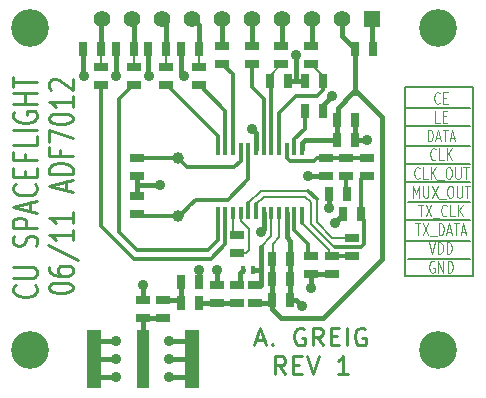
<source format=gtl>
G04 (created by PCBNEW-RS274X (2010-03-14)-final) date Fri 03 Jun 2011 23:57:37 BST*
G01*
G70*
G90*
%MOIN*%
G04 Gerber Fmt 3.4, Leading zero omitted, Abs format*
%FSLAX34Y34*%
G04 APERTURE LIST*
%ADD10C,0.006000*%
%ADD11C,0.009900*%
%ADD12C,0.004900*%
%ADD13C,0.010000*%
%ADD14C,0.039400*%
%ADD15R,0.055000X0.055000*%
%ADD16C,0.055000*%
%ADD17R,0.045000X0.025000*%
%ADD18R,0.025000X0.045000*%
%ADD19R,0.039400X0.196900*%
%ADD20R,0.047200X0.196900*%
%ADD21R,0.011800X0.039400*%
%ADD22R,0.014800X0.025600*%
%ADD23C,0.126000*%
%ADD24C,0.035000*%
%ADD25C,0.007900*%
%ADD26C,0.015700*%
%ADD27C,0.008000*%
%ADD28C,0.011800*%
G04 APERTURE END LIST*
G54D10*
G54D11*
X56242Y-41507D02*
X56528Y-41507D01*
X56185Y-41676D02*
X56385Y-41085D01*
X56585Y-41676D01*
X56785Y-41619D02*
X56813Y-41648D01*
X56785Y-41676D01*
X56756Y-41648D01*
X56785Y-41619D01*
X56785Y-41676D01*
X57842Y-41113D02*
X57785Y-41085D01*
X57699Y-41085D01*
X57614Y-41113D01*
X57556Y-41169D01*
X57528Y-41225D01*
X57499Y-41338D01*
X57499Y-41422D01*
X57528Y-41535D01*
X57556Y-41591D01*
X57614Y-41648D01*
X57699Y-41676D01*
X57756Y-41676D01*
X57842Y-41648D01*
X57871Y-41619D01*
X57871Y-41422D01*
X57756Y-41422D01*
X58471Y-41676D02*
X58271Y-41394D01*
X58128Y-41676D02*
X58128Y-41085D01*
X58356Y-41085D01*
X58414Y-41113D01*
X58442Y-41141D01*
X58471Y-41197D01*
X58471Y-41282D01*
X58442Y-41338D01*
X58414Y-41366D01*
X58356Y-41394D01*
X58128Y-41394D01*
X58728Y-41366D02*
X58928Y-41366D01*
X59014Y-41676D02*
X58728Y-41676D01*
X58728Y-41085D01*
X59014Y-41085D01*
X59271Y-41676D02*
X59271Y-41085D01*
X59871Y-41113D02*
X59814Y-41085D01*
X59728Y-41085D01*
X59643Y-41113D01*
X59585Y-41169D01*
X59557Y-41225D01*
X59528Y-41338D01*
X59528Y-41422D01*
X59557Y-41535D01*
X59585Y-41591D01*
X59643Y-41648D01*
X59728Y-41676D01*
X59785Y-41676D01*
X59871Y-41648D01*
X59900Y-41619D01*
X59900Y-41422D01*
X59785Y-41422D01*
X57215Y-42623D02*
X57015Y-42341D01*
X56872Y-42623D02*
X56872Y-42032D01*
X57100Y-42032D01*
X57158Y-42060D01*
X57186Y-42088D01*
X57215Y-42144D01*
X57215Y-42229D01*
X57186Y-42285D01*
X57158Y-42313D01*
X57100Y-42341D01*
X56872Y-42341D01*
X57472Y-42313D02*
X57672Y-42313D01*
X57758Y-42623D02*
X57472Y-42623D01*
X57472Y-42032D01*
X57758Y-42032D01*
X57929Y-42032D02*
X58129Y-42623D01*
X58329Y-42032D01*
X59300Y-42623D02*
X58957Y-42623D01*
X59129Y-42623D02*
X59129Y-42032D01*
X59072Y-42116D01*
X59014Y-42172D01*
X58957Y-42201D01*
G54D12*
X62359Y-33587D02*
X62345Y-33606D01*
X62303Y-33624D01*
X62275Y-33624D01*
X62232Y-33606D01*
X62204Y-33568D01*
X62190Y-33531D01*
X62176Y-33456D01*
X62176Y-33399D01*
X62190Y-33324D01*
X62204Y-33287D01*
X62232Y-33249D01*
X62275Y-33230D01*
X62303Y-33230D01*
X62345Y-33249D01*
X62359Y-33268D01*
X62485Y-33418D02*
X62584Y-33418D01*
X62626Y-33624D02*
X62485Y-33624D01*
X62485Y-33230D01*
X62626Y-33230D01*
X62359Y-34249D02*
X62218Y-34249D01*
X62218Y-33855D01*
X62457Y-34043D02*
X62556Y-34043D01*
X62598Y-34249D02*
X62457Y-34249D01*
X62457Y-33855D01*
X62598Y-33855D01*
X61958Y-34874D02*
X61958Y-34480D01*
X62028Y-34480D01*
X62071Y-34499D01*
X62099Y-34537D01*
X62113Y-34574D01*
X62127Y-34649D01*
X62127Y-34706D01*
X62113Y-34781D01*
X62099Y-34818D01*
X62071Y-34856D01*
X62028Y-34874D01*
X61958Y-34874D01*
X62239Y-34762D02*
X62380Y-34762D01*
X62211Y-34874D02*
X62309Y-34480D01*
X62408Y-34874D01*
X62464Y-34480D02*
X62633Y-34480D01*
X62548Y-34874D02*
X62548Y-34480D01*
X62717Y-34762D02*
X62858Y-34762D01*
X62689Y-34874D02*
X62787Y-34480D01*
X62886Y-34874D01*
X62226Y-35462D02*
X62212Y-35481D01*
X62170Y-35499D01*
X62142Y-35499D01*
X62099Y-35481D01*
X62071Y-35443D01*
X62057Y-35406D01*
X62043Y-35331D01*
X62043Y-35274D01*
X62057Y-35199D01*
X62071Y-35162D01*
X62099Y-35124D01*
X62142Y-35105D01*
X62170Y-35105D01*
X62212Y-35124D01*
X62226Y-35143D01*
X62493Y-35499D02*
X62352Y-35499D01*
X62352Y-35105D01*
X62591Y-35499D02*
X62591Y-35105D01*
X62760Y-35499D02*
X62633Y-35274D01*
X62760Y-35105D02*
X62591Y-35331D01*
X61692Y-36087D02*
X61678Y-36106D01*
X61636Y-36124D01*
X61608Y-36124D01*
X61565Y-36106D01*
X61537Y-36068D01*
X61523Y-36031D01*
X61509Y-35956D01*
X61509Y-35899D01*
X61523Y-35824D01*
X61537Y-35787D01*
X61565Y-35749D01*
X61608Y-35730D01*
X61636Y-35730D01*
X61678Y-35749D01*
X61692Y-35768D01*
X61959Y-36124D02*
X61818Y-36124D01*
X61818Y-35730D01*
X62057Y-36124D02*
X62057Y-35730D01*
X62226Y-36124D02*
X62099Y-35899D01*
X62226Y-35730D02*
X62057Y-35956D01*
X62282Y-36162D02*
X62507Y-36162D01*
X62633Y-35730D02*
X62690Y-35730D01*
X62718Y-35749D01*
X62746Y-35787D01*
X62760Y-35862D01*
X62760Y-35993D01*
X62746Y-36068D01*
X62718Y-36106D01*
X62690Y-36124D01*
X62633Y-36124D01*
X62605Y-36106D01*
X62577Y-36068D01*
X62563Y-35993D01*
X62563Y-35862D01*
X62577Y-35787D01*
X62605Y-35749D01*
X62633Y-35730D01*
X62886Y-35730D02*
X62886Y-36049D01*
X62900Y-36087D01*
X62914Y-36106D01*
X62942Y-36124D01*
X62999Y-36124D01*
X63027Y-36106D01*
X63041Y-36087D01*
X63055Y-36049D01*
X63055Y-35730D01*
X63153Y-35730D02*
X63322Y-35730D01*
X63237Y-36124D02*
X63237Y-35730D01*
X61474Y-36749D02*
X61474Y-36355D01*
X61573Y-36637D01*
X61671Y-36355D01*
X61671Y-36749D01*
X61811Y-36355D02*
X61811Y-36674D01*
X61825Y-36712D01*
X61839Y-36731D01*
X61867Y-36749D01*
X61924Y-36749D01*
X61952Y-36731D01*
X61966Y-36712D01*
X61980Y-36674D01*
X61980Y-36355D01*
X62092Y-36355D02*
X62289Y-36749D01*
X62289Y-36355D02*
X62092Y-36749D01*
X62331Y-36787D02*
X62556Y-36787D01*
X62682Y-36355D02*
X62739Y-36355D01*
X62767Y-36374D01*
X62795Y-36412D01*
X62809Y-36487D01*
X62809Y-36618D01*
X62795Y-36693D01*
X62767Y-36731D01*
X62739Y-36749D01*
X62682Y-36749D01*
X62654Y-36731D01*
X62626Y-36693D01*
X62612Y-36618D01*
X62612Y-36487D01*
X62626Y-36412D01*
X62654Y-36374D01*
X62682Y-36355D01*
X62935Y-36355D02*
X62935Y-36674D01*
X62949Y-36712D01*
X62963Y-36731D01*
X62991Y-36749D01*
X63048Y-36749D01*
X63076Y-36731D01*
X63090Y-36712D01*
X63104Y-36674D01*
X63104Y-36355D01*
X63202Y-36355D02*
X63371Y-36355D01*
X63286Y-36749D02*
X63286Y-36355D01*
X61649Y-36980D02*
X61818Y-36980D01*
X61733Y-37374D02*
X61733Y-36980D01*
X61888Y-36980D02*
X62085Y-37374D01*
X62085Y-36980D02*
X61888Y-37374D01*
X62127Y-37412D02*
X62352Y-37412D01*
X62591Y-37337D02*
X62577Y-37356D01*
X62535Y-37374D01*
X62507Y-37374D01*
X62464Y-37356D01*
X62436Y-37318D01*
X62422Y-37281D01*
X62408Y-37206D01*
X62408Y-37149D01*
X62422Y-37074D01*
X62436Y-37037D01*
X62464Y-36999D01*
X62507Y-36980D01*
X62535Y-36980D01*
X62577Y-36999D01*
X62591Y-37018D01*
X62858Y-37374D02*
X62717Y-37374D01*
X62717Y-36980D01*
X62956Y-37374D02*
X62956Y-36980D01*
X63125Y-37374D02*
X62998Y-37149D01*
X63125Y-36980D02*
X62956Y-37206D01*
X61551Y-37605D02*
X61720Y-37605D01*
X61635Y-37999D02*
X61635Y-37605D01*
X61790Y-37605D02*
X61987Y-37999D01*
X61987Y-37605D02*
X61790Y-37999D01*
X62029Y-38037D02*
X62254Y-38037D01*
X62324Y-37999D02*
X62324Y-37605D01*
X62394Y-37605D01*
X62437Y-37624D01*
X62465Y-37662D01*
X62479Y-37699D01*
X62493Y-37774D01*
X62493Y-37831D01*
X62479Y-37906D01*
X62465Y-37943D01*
X62437Y-37981D01*
X62394Y-37999D01*
X62324Y-37999D01*
X62605Y-37887D02*
X62746Y-37887D01*
X62577Y-37999D02*
X62675Y-37605D01*
X62774Y-37999D01*
X62830Y-37605D02*
X62999Y-37605D01*
X62914Y-37999D02*
X62914Y-37605D01*
X63083Y-37887D02*
X63224Y-37887D01*
X63055Y-37999D02*
X63153Y-37605D01*
X63252Y-37999D01*
X62008Y-38230D02*
X62106Y-38624D01*
X62205Y-38230D01*
X62303Y-38624D02*
X62303Y-38230D01*
X62373Y-38230D01*
X62416Y-38249D01*
X62444Y-38287D01*
X62458Y-38324D01*
X62472Y-38399D01*
X62472Y-38456D01*
X62458Y-38531D01*
X62444Y-38568D01*
X62416Y-38606D01*
X62373Y-38624D01*
X62303Y-38624D01*
X62598Y-38624D02*
X62598Y-38230D01*
X62668Y-38230D01*
X62711Y-38249D01*
X62739Y-38287D01*
X62753Y-38324D01*
X62767Y-38399D01*
X62767Y-38456D01*
X62753Y-38531D01*
X62739Y-38568D01*
X62711Y-38606D01*
X62668Y-38624D01*
X62598Y-38624D01*
X62177Y-38874D02*
X62149Y-38855D01*
X62107Y-38855D01*
X62064Y-38874D01*
X62036Y-38912D01*
X62022Y-38949D01*
X62008Y-39024D01*
X62008Y-39081D01*
X62022Y-39156D01*
X62036Y-39193D01*
X62064Y-39231D01*
X62107Y-39249D01*
X62135Y-39249D01*
X62177Y-39231D01*
X62191Y-39212D01*
X62191Y-39081D01*
X62135Y-39081D01*
X62317Y-39249D02*
X62317Y-38855D01*
X62486Y-39249D01*
X62486Y-38855D01*
X62626Y-39249D02*
X62626Y-38855D01*
X62696Y-38855D01*
X62739Y-38874D01*
X62767Y-38912D01*
X62781Y-38949D01*
X62795Y-39024D01*
X62795Y-39081D01*
X62781Y-39156D01*
X62767Y-39193D01*
X62739Y-39231D01*
X62696Y-39249D01*
X62626Y-39249D01*
G54D13*
X49327Y-39782D02*
X49327Y-39725D01*
X49365Y-39668D01*
X49403Y-39639D01*
X49479Y-39610D01*
X49632Y-39582D01*
X49822Y-39582D01*
X49974Y-39610D01*
X50051Y-39639D01*
X50089Y-39668D01*
X50127Y-39725D01*
X50127Y-39782D01*
X50089Y-39839D01*
X50051Y-39868D01*
X49974Y-39896D01*
X49822Y-39925D01*
X49632Y-39925D01*
X49479Y-39896D01*
X49403Y-39868D01*
X49365Y-39839D01*
X49327Y-39782D01*
X49327Y-39068D02*
X49327Y-39182D01*
X49365Y-39239D01*
X49403Y-39268D01*
X49517Y-39325D01*
X49670Y-39354D01*
X49974Y-39354D01*
X50051Y-39325D01*
X50089Y-39297D01*
X50127Y-39239D01*
X50127Y-39125D01*
X50089Y-39068D01*
X50051Y-39039D01*
X49974Y-39011D01*
X49784Y-39011D01*
X49708Y-39039D01*
X49670Y-39068D01*
X49632Y-39125D01*
X49632Y-39239D01*
X49670Y-39297D01*
X49708Y-39325D01*
X49784Y-39354D01*
X49289Y-38326D02*
X50317Y-38840D01*
X50127Y-37811D02*
X50127Y-38154D01*
X50127Y-37982D02*
X49327Y-37982D01*
X49441Y-38039D01*
X49517Y-38097D01*
X49555Y-38154D01*
X50127Y-37240D02*
X50127Y-37583D01*
X50127Y-37411D02*
X49327Y-37411D01*
X49441Y-37468D01*
X49517Y-37526D01*
X49555Y-37583D01*
X49898Y-36488D02*
X49898Y-36202D01*
X50127Y-36545D02*
X49327Y-36345D01*
X50127Y-36145D01*
X50127Y-35945D02*
X49327Y-35945D01*
X49327Y-35802D01*
X49365Y-35717D01*
X49441Y-35659D01*
X49517Y-35631D01*
X49670Y-35602D01*
X49784Y-35602D01*
X49936Y-35631D01*
X50013Y-35659D01*
X50089Y-35717D01*
X50127Y-35802D01*
X50127Y-35945D01*
X49708Y-35145D02*
X49708Y-35345D01*
X50127Y-35345D02*
X49327Y-35345D01*
X49327Y-35059D01*
X49327Y-34888D02*
X49327Y-34488D01*
X50127Y-34745D01*
X49327Y-34146D02*
X49327Y-34089D01*
X49365Y-34032D01*
X49403Y-34003D01*
X49479Y-33974D01*
X49632Y-33946D01*
X49822Y-33946D01*
X49974Y-33974D01*
X50051Y-34003D01*
X50089Y-34032D01*
X50127Y-34089D01*
X50127Y-34146D01*
X50089Y-34203D01*
X50051Y-34232D01*
X49974Y-34260D01*
X49822Y-34289D01*
X49632Y-34289D01*
X49479Y-34260D01*
X49403Y-34232D01*
X49365Y-34203D01*
X49327Y-34146D01*
X50127Y-33375D02*
X50127Y-33718D01*
X50127Y-33546D02*
X49327Y-33546D01*
X49441Y-33603D01*
X49517Y-33661D01*
X49555Y-33718D01*
X49403Y-33147D02*
X49365Y-33118D01*
X49327Y-33061D01*
X49327Y-32918D01*
X49365Y-32861D01*
X49403Y-32832D01*
X49479Y-32804D01*
X49555Y-32804D01*
X49670Y-32832D01*
X50127Y-33175D01*
X50127Y-32804D01*
X48870Y-39674D02*
X48908Y-39703D01*
X48946Y-39789D01*
X48946Y-39846D01*
X48908Y-39931D01*
X48832Y-39989D01*
X48755Y-40017D01*
X48603Y-40046D01*
X48489Y-40046D01*
X48336Y-40017D01*
X48260Y-39989D01*
X48184Y-39931D01*
X48146Y-39846D01*
X48146Y-39789D01*
X48184Y-39703D01*
X48222Y-39674D01*
X48146Y-39417D02*
X48793Y-39417D01*
X48870Y-39389D01*
X48908Y-39360D01*
X48946Y-39303D01*
X48946Y-39189D01*
X48908Y-39131D01*
X48870Y-39103D01*
X48793Y-39074D01*
X48146Y-39074D01*
X48908Y-38360D02*
X48946Y-38274D01*
X48946Y-38131D01*
X48908Y-38074D01*
X48870Y-38045D01*
X48793Y-38017D01*
X48717Y-38017D01*
X48641Y-38045D01*
X48603Y-38074D01*
X48565Y-38131D01*
X48527Y-38245D01*
X48489Y-38303D01*
X48451Y-38331D01*
X48374Y-38360D01*
X48298Y-38360D01*
X48222Y-38331D01*
X48184Y-38303D01*
X48146Y-38245D01*
X48146Y-38103D01*
X48184Y-38017D01*
X48946Y-37760D02*
X48146Y-37760D01*
X48146Y-37532D01*
X48184Y-37474D01*
X48222Y-37446D01*
X48298Y-37417D01*
X48412Y-37417D01*
X48489Y-37446D01*
X48527Y-37474D01*
X48565Y-37532D01*
X48565Y-37760D01*
X48717Y-37189D02*
X48717Y-36903D01*
X48946Y-37246D02*
X48146Y-37046D01*
X48946Y-36846D01*
X48870Y-36303D02*
X48908Y-36332D01*
X48946Y-36418D01*
X48946Y-36475D01*
X48908Y-36560D01*
X48832Y-36618D01*
X48755Y-36646D01*
X48603Y-36675D01*
X48489Y-36675D01*
X48336Y-36646D01*
X48260Y-36618D01*
X48184Y-36560D01*
X48146Y-36475D01*
X48146Y-36418D01*
X48184Y-36332D01*
X48222Y-36303D01*
X48527Y-36046D02*
X48527Y-35846D01*
X48946Y-35760D02*
X48946Y-36046D01*
X48146Y-36046D01*
X48146Y-35760D01*
X48527Y-35303D02*
X48527Y-35503D01*
X48946Y-35503D02*
X48146Y-35503D01*
X48146Y-35217D01*
X48946Y-34703D02*
X48946Y-34989D01*
X48146Y-34989D01*
X48946Y-34503D02*
X48146Y-34503D01*
X48184Y-33903D02*
X48146Y-33960D01*
X48146Y-34046D01*
X48184Y-34131D01*
X48260Y-34189D01*
X48336Y-34217D01*
X48489Y-34246D01*
X48603Y-34246D01*
X48755Y-34217D01*
X48832Y-34189D01*
X48908Y-34131D01*
X48946Y-34046D01*
X48946Y-33989D01*
X48908Y-33903D01*
X48870Y-33874D01*
X48603Y-33874D01*
X48603Y-33989D01*
X48946Y-33617D02*
X48146Y-33617D01*
X48527Y-33617D02*
X48527Y-33274D01*
X48946Y-33274D02*
X48146Y-33274D01*
X48146Y-33074D02*
X48146Y-32731D01*
X48946Y-32902D02*
X48146Y-32902D01*
G54D14*
X53641Y-35433D03*
X53641Y-37354D03*
G54D15*
X60109Y-30805D03*
G54D16*
X59109Y-30805D03*
X58109Y-30805D03*
X57109Y-30805D03*
X56109Y-30805D03*
X55109Y-30805D03*
X54109Y-30805D03*
X53109Y-30805D03*
X52109Y-30805D03*
X51109Y-30805D03*
G54D17*
X57087Y-31688D03*
X57087Y-32288D03*
X52165Y-32377D03*
X52165Y-32977D03*
X53248Y-32377D03*
X53248Y-32977D03*
X54331Y-32377D03*
X54331Y-32977D03*
X51083Y-32377D03*
X51083Y-32977D03*
X58071Y-38677D03*
X58071Y-39277D03*
X55118Y-31688D03*
X55118Y-32288D03*
X56102Y-31688D03*
X56102Y-32288D03*
X58071Y-31688D03*
X58071Y-32288D03*
X59941Y-35428D03*
X59941Y-36028D03*
G54D18*
X58656Y-36615D03*
X59256Y-36615D03*
G54D17*
X53149Y-40752D03*
X53149Y-40152D03*
G54D18*
X53735Y-40256D03*
X54335Y-40256D03*
G54D17*
X55610Y-37987D03*
X55610Y-38587D03*
X56200Y-40261D03*
X56200Y-39661D03*
G54D18*
X54335Y-31791D03*
X53735Y-31791D03*
X53253Y-31791D03*
X52653Y-31791D03*
X52170Y-31791D03*
X51570Y-31791D03*
X56688Y-32874D03*
X57288Y-32874D03*
X59542Y-31791D03*
X60142Y-31791D03*
X58469Y-32874D03*
X57869Y-32874D03*
X56786Y-38781D03*
X57386Y-38781D03*
G54D17*
X52460Y-40152D03*
X52460Y-40752D03*
G54D18*
X54335Y-39567D03*
X53735Y-39567D03*
G54D17*
X54921Y-39660D03*
X54921Y-40260D03*
X55610Y-40260D03*
X55610Y-39660D03*
G54D18*
X51087Y-31791D03*
X50487Y-31791D03*
X56786Y-40159D03*
X57386Y-40159D03*
X56786Y-39470D03*
X57386Y-39470D03*
G54D17*
X59449Y-38085D03*
X59449Y-38685D03*
X58760Y-39277D03*
X58760Y-38677D03*
X52263Y-37307D03*
X52263Y-36707D03*
X52263Y-35428D03*
X52263Y-36028D03*
G54D18*
X57869Y-33858D03*
X58469Y-33858D03*
X58952Y-34842D03*
X59552Y-34842D03*
X58952Y-34153D03*
X59552Y-34153D03*
X59749Y-37303D03*
X59149Y-37303D03*
G54D17*
X59252Y-35429D03*
X59252Y-36029D03*
X58563Y-35429D03*
X58563Y-36029D03*
G54D19*
X52460Y-42126D03*
G54D20*
X54094Y-42126D03*
X50826Y-42126D03*
G54D21*
X57775Y-35139D03*
X57519Y-35139D03*
X57263Y-35139D03*
X57008Y-35139D03*
X56752Y-35139D03*
X56496Y-35139D03*
X56240Y-35139D03*
X55984Y-35139D03*
X55728Y-35139D03*
X55473Y-35139D03*
X55217Y-35139D03*
X54961Y-35139D03*
X54960Y-37265D03*
X55216Y-37265D03*
X55472Y-37265D03*
X55727Y-37265D03*
X55983Y-37265D03*
X56239Y-37265D03*
X56495Y-37265D03*
X56751Y-37265D03*
X57007Y-37265D03*
X57263Y-37265D03*
X57519Y-37265D03*
X57775Y-37265D03*
G54D22*
X55807Y-39173D03*
X56134Y-39173D03*
G54D23*
X62303Y-31102D03*
X62303Y-41831D03*
X48720Y-41831D03*
X48720Y-31102D03*
G54D24*
X59941Y-34842D03*
X58760Y-33366D03*
X58858Y-37598D03*
X58661Y-37106D03*
X57972Y-36023D03*
X58071Y-39763D03*
X56397Y-37893D03*
X54330Y-39173D03*
X54921Y-39173D03*
X52460Y-39665D03*
X53346Y-42716D03*
X53346Y-41535D03*
X53346Y-42126D03*
X51575Y-42716D03*
X51575Y-41535D03*
X51575Y-42126D03*
X57775Y-40354D03*
X53051Y-36319D03*
X56102Y-34448D03*
X57578Y-31988D03*
X53838Y-32677D03*
X52657Y-32677D03*
X51575Y-32677D03*
X50492Y-32677D03*
G54D25*
X61319Y-38779D02*
X63386Y-38779D01*
X61220Y-38189D02*
X63386Y-38189D01*
X61220Y-37500D02*
X63386Y-37500D01*
X61319Y-36909D02*
X63386Y-36909D01*
X61220Y-36220D02*
X63386Y-36220D01*
X61220Y-35630D02*
X63386Y-35630D01*
X61220Y-35039D02*
X63386Y-35039D01*
X61220Y-33760D02*
X63386Y-33760D01*
X61220Y-34350D02*
X63386Y-34350D01*
X61220Y-39370D02*
X63484Y-39370D01*
X63484Y-39370D02*
X63484Y-33071D01*
X61220Y-33071D02*
X61220Y-33760D01*
X61220Y-33760D02*
X61220Y-34350D01*
X61220Y-34350D02*
X61220Y-35039D01*
X61220Y-35039D02*
X61220Y-35630D01*
X61220Y-35630D02*
X61220Y-36220D01*
X61220Y-36220D02*
X61220Y-37500D01*
X61220Y-37500D02*
X61220Y-38189D01*
X61220Y-38189D02*
X61220Y-39370D01*
X61319Y-33071D02*
X61220Y-33071D01*
X63484Y-33071D02*
X61319Y-33071D01*
G54D26*
X57386Y-38781D02*
X57386Y-39464D01*
X57382Y-39468D02*
X57386Y-39470D01*
X57386Y-39464D02*
X57382Y-39468D01*
X59552Y-34842D02*
X59941Y-34842D01*
X59552Y-34153D02*
X59552Y-34837D01*
X59552Y-34837D02*
X59547Y-34842D01*
X59547Y-34842D02*
X59552Y-34842D01*
X58469Y-33858D02*
X58469Y-33657D01*
X58469Y-33657D02*
X58760Y-33366D01*
X59149Y-37303D02*
X59149Y-37307D01*
X59149Y-37307D02*
X58858Y-37598D01*
X58656Y-36615D02*
X58656Y-37101D01*
X58656Y-37101D02*
X58661Y-37106D01*
X58563Y-36029D02*
X57978Y-36029D01*
X57978Y-36029D02*
X57972Y-36023D01*
X58071Y-39277D02*
X58071Y-39763D01*
X56495Y-37265D02*
X56495Y-37795D01*
X56495Y-37795D02*
X56397Y-37893D01*
X54335Y-39567D02*
X54335Y-39178D01*
X54335Y-39178D02*
X54330Y-39173D01*
X54921Y-39660D02*
X54921Y-39173D01*
X52460Y-40152D02*
X52460Y-39665D01*
X54094Y-42126D02*
X54094Y-42657D01*
X54094Y-42657D02*
X54035Y-42716D01*
X54035Y-42716D02*
X53346Y-42716D01*
X54094Y-42126D02*
X54094Y-41575D01*
X54094Y-41575D02*
X54054Y-41535D01*
X54054Y-41535D02*
X53346Y-41535D01*
X54094Y-42126D02*
X53346Y-42126D01*
X50826Y-42126D02*
X50826Y-42677D01*
X50826Y-42677D02*
X50865Y-42716D01*
X50865Y-42716D02*
X51575Y-42716D01*
X50826Y-42126D02*
X50826Y-41672D01*
X50826Y-41672D02*
X50963Y-41535D01*
X50963Y-41535D02*
X51575Y-41535D01*
X50826Y-42126D02*
X51575Y-42126D01*
X57386Y-40159D02*
X57580Y-40159D01*
X57580Y-40159D02*
X57775Y-40354D01*
X52263Y-36319D02*
X53051Y-36319D01*
X56240Y-35139D02*
X56240Y-34586D01*
X56240Y-34586D02*
X56102Y-34448D01*
X57578Y-32874D02*
X57578Y-31988D01*
X53735Y-31791D02*
X53735Y-32574D01*
X53735Y-32574D02*
X53838Y-32677D01*
X52653Y-31791D02*
X52653Y-32673D01*
X52653Y-32673D02*
X52657Y-32677D01*
X51570Y-31791D02*
X51570Y-32672D01*
X51570Y-32672D02*
X51575Y-32677D01*
X50487Y-31791D02*
X50487Y-32672D01*
X50487Y-32672D02*
X50492Y-32677D01*
G54D27*
X58661Y-36614D02*
X58656Y-36615D01*
G54D26*
X57288Y-32874D02*
X57578Y-32874D01*
X57578Y-32874D02*
X57874Y-32874D01*
X57874Y-32874D02*
X57869Y-32874D01*
G54D27*
X58661Y-36614D02*
X58656Y-36615D01*
G54D26*
X57263Y-37265D02*
X57263Y-38070D01*
X57263Y-38070D02*
X57382Y-38189D01*
X57382Y-38189D02*
X57382Y-38779D01*
X57382Y-38779D02*
X57386Y-38781D01*
X58760Y-39277D02*
X58175Y-39277D01*
X58175Y-39277D02*
X58169Y-39271D01*
X58169Y-39271D02*
X58071Y-39277D01*
X57386Y-40159D02*
X57386Y-39571D01*
X57382Y-39567D02*
X57386Y-39470D01*
X57386Y-39571D02*
X57382Y-39567D01*
X52263Y-36028D02*
X52263Y-36319D01*
X52263Y-36319D02*
X52263Y-36712D01*
X52263Y-36712D02*
X52263Y-36707D01*
X60109Y-30805D02*
X60109Y-31763D01*
X60137Y-31791D02*
X60142Y-31791D01*
X60109Y-31763D02*
X60137Y-31791D01*
X55807Y-39173D02*
X55807Y-39174D01*
X55709Y-39665D02*
X55610Y-39660D01*
X55709Y-39272D02*
X55709Y-39665D01*
X55807Y-39174D02*
X55709Y-39272D01*
X54921Y-40260D02*
X54334Y-40260D01*
X54334Y-40260D02*
X54330Y-40256D01*
X54330Y-40256D02*
X54335Y-40256D01*
X55610Y-40260D02*
X54925Y-40260D01*
X54925Y-40260D02*
X54921Y-40256D01*
X54921Y-40256D02*
X54921Y-40260D01*
X53149Y-40152D02*
X53735Y-40152D01*
X53735Y-40152D02*
X53740Y-40157D01*
X53740Y-40157D02*
X53735Y-40256D01*
X53735Y-40256D02*
X53735Y-39572D01*
X53735Y-39572D02*
X53740Y-39567D01*
X53740Y-39567D02*
X53735Y-39567D01*
X52460Y-40752D02*
X53145Y-40752D01*
X53145Y-40752D02*
X53149Y-40748D01*
X53149Y-40748D02*
X53149Y-40752D01*
X52460Y-42126D02*
X52460Y-40748D01*
X52460Y-40748D02*
X52460Y-40752D01*
G54D28*
X55983Y-37265D02*
X55983Y-36929D01*
G54D27*
X58779Y-38085D02*
X58267Y-37573D01*
X58267Y-37573D02*
X58267Y-36810D01*
G54D28*
X58267Y-36810D02*
X57972Y-36515D01*
G54D27*
X57972Y-36515D02*
X56594Y-36515D01*
X58779Y-38085D02*
X59449Y-38085D01*
X56397Y-36515D02*
X56594Y-36515D01*
X55983Y-36929D02*
X56397Y-36515D01*
G54D26*
X56134Y-39173D02*
X56397Y-39173D01*
G54D25*
X56751Y-37265D02*
X56751Y-38032D01*
G54D26*
X56397Y-38386D02*
X56397Y-39173D01*
G54D25*
X56751Y-38032D02*
X56397Y-38386D01*
G54D26*
X56397Y-39665D02*
X56200Y-39661D01*
X56397Y-39173D02*
X56397Y-39665D01*
G54D27*
X51083Y-32377D02*
X51083Y-31792D01*
X51082Y-31791D02*
X51087Y-31791D01*
X51083Y-31792D02*
X51082Y-31791D01*
G54D26*
X51087Y-31791D02*
X51087Y-30901D01*
X51087Y-30901D02*
X51181Y-30807D01*
X51181Y-30807D02*
X51109Y-30805D01*
X55109Y-30805D02*
X55109Y-31684D01*
X55109Y-31684D02*
X55118Y-31693D01*
X55118Y-31693D02*
X55118Y-31688D01*
X57109Y-30805D02*
X57109Y-31670D01*
X57109Y-31670D02*
X57086Y-31693D01*
X57086Y-31693D02*
X57087Y-31688D01*
X58109Y-30805D02*
X58109Y-31655D01*
X58109Y-31655D02*
X58071Y-31693D01*
X58071Y-31693D02*
X58071Y-31688D01*
X56109Y-30805D02*
X56109Y-31587D01*
X56109Y-31587D02*
X56102Y-31594D01*
X56102Y-31594D02*
X56102Y-31688D01*
G54D27*
X54331Y-32377D02*
X54331Y-31792D01*
X54330Y-31791D02*
X54335Y-31791D01*
X54331Y-31792D02*
X54330Y-31791D01*
G54D26*
X54335Y-31791D02*
X54335Y-31008D01*
X54335Y-31008D02*
X54134Y-30807D01*
X54134Y-30807D02*
X54109Y-30805D01*
G54D27*
X52165Y-32377D02*
X52165Y-31889D01*
X52165Y-31889D02*
X52170Y-31791D01*
G54D26*
X52170Y-31791D02*
X52170Y-30910D01*
X52170Y-30910D02*
X52067Y-30807D01*
X52067Y-30807D02*
X52109Y-30805D01*
G54D28*
X53641Y-37354D02*
X53688Y-37354D01*
X55984Y-36141D02*
X55314Y-36811D01*
X55314Y-36811D02*
X54231Y-36811D01*
X54231Y-36811D02*
X54035Y-37007D01*
X55984Y-36141D02*
X55984Y-35139D01*
X53688Y-37354D02*
X54035Y-37007D01*
X53641Y-37354D02*
X52314Y-37354D01*
X52314Y-37354D02*
X52263Y-37303D01*
X52263Y-37303D02*
X52263Y-37307D01*
X53641Y-35433D02*
X52263Y-35433D01*
X52263Y-35433D02*
X52263Y-35428D01*
X55728Y-35139D02*
X55728Y-35512D01*
X53936Y-35728D02*
X53641Y-35433D01*
X55512Y-35728D02*
X53936Y-35728D01*
X55728Y-35512D02*
X55512Y-35728D01*
X54961Y-35139D02*
X54961Y-34685D01*
X54961Y-34685D02*
X53248Y-32972D01*
X53248Y-32972D02*
X53248Y-32977D01*
X54960Y-37265D02*
X54960Y-38150D01*
X52165Y-32972D02*
X52165Y-32977D01*
X51673Y-33464D02*
X52165Y-32972D01*
X51673Y-37894D02*
X51673Y-33464D01*
X52263Y-38484D02*
X51673Y-37894D01*
X54626Y-38484D02*
X52263Y-38484D01*
X54960Y-38150D02*
X54626Y-38484D01*
X55216Y-37265D02*
X55216Y-38287D01*
X51083Y-32972D02*
X51083Y-32977D01*
X51083Y-37697D02*
X51083Y-32972D01*
X52165Y-38779D02*
X51083Y-37697D01*
X54724Y-38779D02*
X52165Y-38779D01*
X55216Y-38287D02*
X54724Y-38779D01*
G54D27*
X55472Y-37265D02*
X55472Y-37952D01*
X55512Y-37992D02*
X55610Y-37987D01*
X55472Y-37952D02*
X55512Y-37992D01*
X55727Y-37265D02*
X55727Y-37518D01*
X55610Y-38582D02*
X55610Y-38587D01*
X55905Y-38582D02*
X55610Y-38582D01*
X56004Y-38483D02*
X55905Y-38582D01*
X56004Y-37795D02*
X56004Y-38483D01*
X55727Y-37518D02*
X56004Y-37795D01*
G54D28*
X57519Y-37265D02*
X57519Y-37834D01*
X57519Y-37834D02*
X57972Y-38287D01*
X57972Y-38287D02*
X57972Y-38681D01*
X57972Y-38681D02*
X58071Y-38677D01*
X55217Y-35139D02*
X55217Y-33859D01*
X55217Y-33859D02*
X54330Y-32972D01*
X54330Y-32972D02*
X54331Y-32977D01*
X57519Y-35139D02*
X57519Y-34803D01*
X57519Y-34803D02*
X57874Y-34448D01*
X57874Y-34448D02*
X57874Y-33858D01*
X57874Y-33858D02*
X57869Y-33858D01*
X59252Y-35429D02*
X59937Y-35429D01*
X59937Y-35429D02*
X59941Y-35433D01*
X59941Y-35433D02*
X59941Y-35428D01*
X57263Y-35139D02*
X57263Y-35412D01*
X57263Y-35412D02*
X57382Y-35531D01*
X57382Y-35531D02*
X58169Y-35531D01*
X58169Y-35531D02*
X58267Y-35433D01*
X58267Y-35433D02*
X58563Y-35433D01*
X58563Y-35433D02*
X58563Y-35429D01*
X58563Y-35429D02*
X59248Y-35429D01*
X59248Y-35429D02*
X59252Y-35433D01*
X59252Y-35433D02*
X59252Y-35429D01*
X59252Y-36029D02*
X59252Y-36614D01*
X59252Y-36614D02*
X59256Y-36615D01*
X59749Y-37303D02*
X59749Y-36116D01*
X59749Y-36116D02*
X59842Y-36023D01*
X59842Y-36023D02*
X59941Y-36028D01*
X56239Y-37265D02*
X56239Y-36969D01*
G54D27*
X58821Y-38385D02*
X58071Y-37635D01*
X58071Y-37635D02*
X58071Y-36910D01*
X58071Y-36910D02*
X57873Y-36712D01*
X57873Y-36712D02*
X56791Y-36712D01*
G54D28*
X59749Y-37407D02*
X59749Y-37303D01*
X59744Y-38385D02*
X58858Y-38385D01*
X59842Y-38287D02*
X59744Y-38385D01*
X59842Y-37500D02*
X59842Y-38287D01*
X59749Y-37407D02*
X59842Y-37500D01*
G54D27*
X58858Y-38385D02*
X58821Y-38385D01*
X56496Y-36712D02*
X56791Y-36712D01*
X56239Y-36969D02*
X56496Y-36712D01*
G54D28*
X58760Y-38677D02*
X59445Y-38677D01*
X59445Y-38677D02*
X59449Y-38681D01*
X59449Y-38681D02*
X59449Y-38685D01*
X57775Y-37265D02*
X57775Y-37597D01*
G54D27*
X57775Y-37597D02*
X58661Y-38483D01*
X58661Y-38483D02*
X58661Y-38681D01*
G54D28*
X58661Y-38681D02*
X58760Y-38677D01*
X56496Y-35139D02*
X56496Y-33464D01*
X56496Y-33464D02*
X56102Y-33070D01*
X56102Y-33070D02*
X56102Y-32283D01*
X56102Y-32283D02*
X56102Y-32288D01*
X56752Y-35139D02*
X56752Y-32933D01*
X56752Y-32933D02*
X56693Y-32874D01*
X56693Y-32874D02*
X56688Y-32874D01*
G54D27*
X56688Y-32874D02*
X56688Y-32681D01*
X57086Y-32283D02*
X57087Y-32288D01*
X56688Y-32681D02*
X57086Y-32283D01*
G54D28*
X57008Y-35139D02*
X57008Y-33936D01*
X57008Y-33936D02*
X57578Y-33366D01*
X57578Y-33366D02*
X58267Y-33366D01*
X58267Y-33366D02*
X58464Y-33169D01*
X58464Y-33169D02*
X58464Y-32874D01*
X58464Y-32874D02*
X58469Y-32874D01*
G54D27*
X58469Y-32874D02*
X58469Y-32681D01*
X58071Y-32283D02*
X58071Y-32288D01*
X58469Y-32681D02*
X58071Y-32283D01*
G54D28*
X55473Y-35139D02*
X55473Y-32638D01*
X55473Y-32638D02*
X55118Y-32283D01*
X55118Y-32283D02*
X55118Y-32288D01*
G54D27*
X53248Y-32377D02*
X53248Y-31791D01*
X53248Y-31791D02*
X53253Y-31791D01*
G54D26*
X53253Y-31791D02*
X53253Y-31009D01*
X53253Y-31009D02*
X53051Y-30807D01*
X53051Y-30807D02*
X53109Y-30805D01*
X56786Y-38781D02*
X56786Y-39463D01*
X56791Y-39468D02*
X56786Y-39470D01*
X56786Y-39463D02*
X56791Y-39468D01*
X59449Y-33268D02*
X59646Y-33268D01*
X60433Y-35138D02*
X60433Y-34055D01*
X60433Y-35138D02*
X60433Y-38779D01*
X60433Y-38779D02*
X58464Y-40748D01*
X58464Y-40748D02*
X57283Y-40748D01*
X57086Y-40748D02*
X57283Y-40748D01*
X56786Y-40448D02*
X57086Y-40748D01*
X56786Y-40159D02*
X56786Y-40448D01*
X60433Y-34055D02*
X59646Y-33268D01*
X59646Y-33268D02*
X59547Y-33169D01*
X59547Y-33169D02*
X59542Y-33169D01*
X59542Y-31791D02*
X59542Y-33169D01*
X59542Y-33169D02*
X59542Y-33175D01*
X59542Y-33175D02*
X59449Y-33268D01*
X59449Y-33268D02*
X58957Y-33760D01*
X58957Y-33760D02*
X58957Y-34153D01*
X58957Y-34153D02*
X58952Y-34153D01*
X58952Y-34842D02*
X58952Y-34158D01*
X58952Y-34158D02*
X58957Y-34153D01*
X58957Y-34153D02*
X58952Y-34153D01*
X57775Y-35139D02*
X57775Y-34941D01*
X58957Y-34842D02*
X58952Y-34842D01*
X57874Y-34842D02*
X58957Y-34842D01*
X57775Y-34941D02*
X57874Y-34842D01*
X59109Y-30805D02*
X59109Y-31353D01*
X59109Y-31353D02*
X59547Y-31791D01*
X59547Y-31791D02*
X59542Y-31791D01*
G54D27*
X57007Y-37265D02*
X57007Y-38071D01*
X57007Y-38071D02*
X56791Y-38287D01*
X56791Y-38287D02*
X56791Y-38779D01*
G54D26*
X56791Y-38779D02*
X56786Y-38781D01*
X56786Y-39470D02*
X56786Y-40054D01*
X56791Y-40059D02*
X56786Y-40159D01*
X56786Y-40054D02*
X56791Y-40059D01*
X56200Y-40261D02*
X56786Y-40261D01*
X56791Y-40256D02*
X56786Y-40159D01*
X56786Y-40261D02*
X56791Y-40256D01*
G54D27*
X59547Y-31791D02*
X59542Y-31791D01*
X59547Y-31791D02*
X59542Y-31791D01*
M02*

</source>
